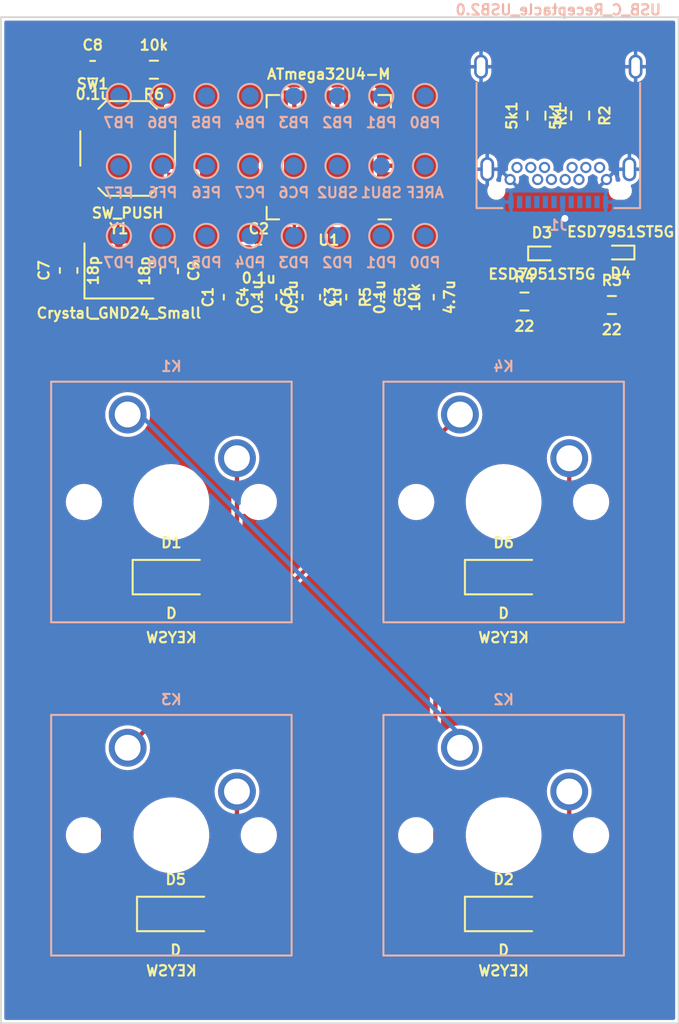
<source format=kicad_pcb>
(kicad_pcb (version 20210606) (generator pcbnew)
  (layers (0 "F.Cu" signal) (1 "In1.Cu" power "GND.Cu") (2 "In2.Cu" power "PWR.Cu") (31 "B.Cu" signal) (34 "B.Paste" user) (35 "F.Paste" user) (36 "B.SilkS" user "B.Silkscreen") (37 "F.SilkS" user "F.Silkscreen") (38 "B.Mask" user) (39 "F.Mask" user) (44 "Edge.Cuts" user))
  (net 0 "")
  (net 1 "VCC")
  (net 2 "GND")
  (net 3 "Net-(C6-Pad1)")
  (net 4 "/XTAL2")
  (net 5 "/XTAL1")
  (net 6 "/row0")
  (net 7 "Net-(D1-Pad2)")
  (net 8 "/row1")
  (net 9 "Net-(D2-Pad2)")
  (net 10 "Net-(D3-Pad1)")
  (net 11 "Net-(D4-Pad1)")
  (net 12 "Net-(D5-Pad2)")
  (net 13 "Net-(D6-Pad2)")
  (net 14 "Net-(J1-PadA5)")
  (net 15 "Net-(J1-PadA8)")
  (net 16 "Net-(J1-PadB5)")
  (net 17 "Net-(J1-PadB8)")
  (net 18 "/col0")
  (net 19 "/col1")
  (net 20 "/D-")
  (net 21 "/D+")
  (net 22 "Net-(R5-Pad1)")
  (net 23 "Net-(TP3-Pad1)")
  (net 24 "/~{{reset}}")
  (net 25 "/PD5")
  (net 26 "/PB0")
  (net 27 "/PB1")
  (net 28 "/PB2")
  (net 29 "/PB3")
  (net 30 "/PB4")
  (net 31 "/PB5")
  (net 32 "/PB6")
  (net 33 "/PB7")
  (net 34 "/PC6")
  (net 35 "/PC7")
  (net 36 "/PD0")
  (net 37 "/PD1")
  (net 38 "/PD2")
  (net 39 "/PD3")
  (net 40 "/PD4")
  (net 41 "/PD6")
  (net 42 "/PD7")
  (net 43 "/PE6")
  (net 44 "/PF6")
  (net 45 "/PF7")
  (footprint "Capacitor_SMD:C_0603_1608Metric" (layer "F.Cu") (at 81.407 93.4466 90)
    (fp_text reference "C7" (at 0 -1.43 90) (layer "F.SilkS") (effects (font (size 0.6 0.6) (thickness 0.127))))
    (fp_text value "18p" (at 0 1.43 90) (layer "F.SilkS") (effects (font (size 0.6 0.6) (thickness 0.127))))
    (fp_line (start -0.14058 -0.51) (end 0.14058 -0.51) (layer "F.SilkS") (width 0.12))
    (fp_line (start -0.14058 0.51) (end 0.14058 0.51) (layer "F.SilkS") (width 0.12))
    (pad "1" smd roundrect locked (at -0.775 0 90) (size 0.9 0.95) (layers "F.Cu" "F.Paste" "F.Mask") (net 4 "/XTAL2"))
    (pad "2" smd roundrect locked (at 0.775 0 90) (size 0.9 0.95) (layers "F.Cu" "F.Paste" "F.Mask") (net 2 "GND"))
  )
  (footprint "Resistor_SMD:R_0603_1608Metric" (layer "F.Cu") (at 108.585 84.455 -90)
    (fp_text reference "R1" (at 0 -1.43 90) (layer "F.SilkS") (effects (font (size 0.6 0.6) (thickness 0.127))))
    (fp_text value "5k1" (at 0 1.43 90) (layer "F.SilkS") (effects (font (size 0.6 0.6) (thickness 0.127))))
    (fp_line (start -0.237258 0.5225) (end 0.237258 0.5225) (layer "F.SilkS") (width 0.12))
    (fp_line (start -0.237258 -0.5225) (end 0.237258 -0.5225) (layer "F.SilkS") (width 0.12))
    (pad "1" smd roundrect locked (at -0.825 0 270) (size 0.8 0.95) (layers "F.Cu" "F.Paste" "F.Mask") (net 2 "GND"))
    (pad "2" smd roundrect locked (at 0.825 0 270) (size 0.8 0.95) (layers "F.Cu" "F.Paste" "F.Mask") (net 14 "Net-(J1-PadA5)"))
  )
  (footprint "Resistor_SMD:R_0603_1608Metric" (layer "F.Cu") (at 100.076 94.996 90)
    (fp_text reference "R5" (at 0 -1.43 90) (layer "F.SilkS") (effects (font (size 0.6 0.6) (thickness 0.127))))
    (fp_text value "10k" (at 0 1.43 90) (layer "F.SilkS") (effects (font (size 0.6 0.6) (thickness 0.127))))
    (fp_line (start -0.237258 0.5225) (end 0.237258 0.5225) (layer "F.SilkS") (width 0.12))
    (fp_line (start -0.237258 -0.5225) (end 0.237258 -0.5225) (layer "F.SilkS") (width 0.12))
    (pad "1" smd roundrect locked (at -0.825 0 90) (size 0.8 0.95) (layers "F.Cu" "F.Paste" "F.Mask") (net 22 "Net-(R5-Pad1)"))
    (pad "2" smd roundrect locked (at 0.825 0 90) (size 0.8 0.95) (layers "F.Cu" "F.Paste" "F.Mask") (net 2 "GND"))
  )
  (footprint "Diode_SMD:D_SOD-123" (layer "F.Cu") (at 87.376 111.252)
    (fp_text reference "D1" (at 0 -2) (layer "F.SilkS") (effects (font (size 0.6 0.6) (thickness 0.127))))
    (fp_text value "D" (at 0 2.1) (layer "F.SilkS") (effects (font (size 0.6 0.6) (thickness 0.127))))
    (fp_line (start -2.25 1) (end 1.65 1) (layer "F.SilkS") (width 0.12))
    (fp_line (start -2.25 -1) (end -2.25 1) (layer "F.SilkS") (width 0.12))
    (fp_line (start -2.25 -1) (end 1.65 -1) (layer "F.SilkS") (width 0.12))
    (pad "1" smd rect locked (at -1.65 0) (size 0.9 1.2) (layers "F.Cu" "F.Paste" "F.Mask") (net 6 "/row0"))
    (pad "2" smd rect locked (at 1.65 0) (size 0.9 1.2) (layers "F.Cu" "F.Paste" "F.Mask") (net 7 "Net-(D1-Pad2)"))
  )
  (footprint "Resistor_SMD:R_0603_1608Metric" (layer "F.Cu") (at 112.967 95.4525)
    (fp_text reference "R3" (at 0 -1.43) (layer "F.SilkS") (effects (font (size 0.6 0.6) (thickness 0.127))))
    (fp_text value "22" (at 0 1.43) (layer "F.SilkS") (effects (font (size 0.6 0.6) (thickness 0.127))))
    (fp_line (start -0.237258 0.5225) (end 0.237258 0.5225) (layer "F.SilkS") (width 0.12))
    (fp_line (start -0.237258 -0.5225) (end 0.237258 -0.5225) (layer "F.SilkS") (width 0.12))
    (pad "1" smd roundrect locked (at -0.825 0) (size 0.8 0.95) (layers "F.Cu" "F.Paste" "F.Mask") (net 20 "/D-"))
    (pad "2" smd roundrect locked (at 0.825 0) (size 0.8 0.95) (layers "F.Cu" "F.Paste" "F.Mask") (net 11 "Net-(D4-Pad1)"))
  )
  (footprint "Resistor_SMD:R_0603_1608Metric" (layer "F.Cu") (at 107.887 95.25)
    (fp_text reference "R4" (at 0 -1.43) (layer "F.SilkS") (effects (font (size 0.6 0.6) (thickness 0.127))))
    (fp_text value "22" (at 0 1.43) (layer "F.SilkS") (effects (font (size 0.6 0.6) (thickness 0.127))))
    (fp_line (start -0.237258 0.5225) (end 0.237258 0.5225) (layer "F.SilkS") (width 0.12))
    (fp_line (start -0.237258 -0.5225) (end 0.237258 -0.5225) (layer "F.SilkS") (width 0.12))
    (pad "1" smd roundrect locked (at -0.825 0) (size 0.8 0.95) (layers "F.Cu" "F.Paste" "F.Mask") (net 21 "/D+"))
    (pad "2" smd roundrect locked (at 0.825 0) (size 0.8 0.95) (layers "F.Cu" "F.Paste" "F.Mask") (net 10 "Net-(D3-Pad1)"))
  )
  (footprint "Capacitor_SMD:C_0603_1608Metric" (layer "F.Cu") (at 82.804 81.788)
    (fp_text reference "C8" (at 0 -1.43) (layer "F.SilkS") (effects (font (size 0.6 0.6) (thickness 0.127))))
    (fp_text value "0.1u" (at 0 1.43) (layer "F.SilkS") (effects (font (size 0.6 0.6) (thickness 0.127))))
    (fp_line (start -0.14058 -0.51) (end 0.14058 -0.51) (layer "F.SilkS") (width 0.12))
    (fp_line (start -0.14058 0.51) (end 0.14058 0.51) (layer "F.SilkS") (width 0.12))
    (pad "1" smd roundrect locked (at -0.775 0) (size 0.9 0.95) (layers "F.Cu" "F.Paste" "F.Mask") (net 24 "/~{{reset}}"))
    (pad "2" smd roundrect locked (at 0.775 0) (size 0.9 0.95) (layers "F.Cu" "F.Paste" "F.Mask") (net 2 "GND"))
  )
  (footprint "Crystal:Crystal_SMD_SeikoEpson_FA238-4Pin_3.2x2.5mm" (layer "F.Cu") (at 84.328 93.472)
    (fp_text reference "Y1" (at 0 -2.45) (layer "F.SilkS") (effects (font (size 0.6 0.6) (thickness 0.127))))
    (fp_text value "Crystal_GND24_Small" (at 0 2.45) (layer "F.SilkS") (effects (font (size 0.6 0.6) (thickness 0.127))))
    (fp_line (start -2 -1.6) (end -2 1.6) (layer "F.SilkS") (width 0.12))
    (fp_line (start -2 1.6) (end 2 1.6) (layer "F.SilkS") (width 0.12))
    (pad "1" smd rect locked (at -1.1 0.8) (size 1.4 1.2) (layers "F.Cu" "F.Paste" "F.Mask") (net 4 "/XTAL2"))
    (pad "2" smd rect locked (at 1.1 0.8) (size 1.4 1.2) (layers "F.Cu" "F.Paste" "F.Mask") (net 2 "GND"))
    (pad "3" smd rect locked (at 1.1 -0.8) (size 1.4 1.2) (layers "F.Cu" "F.Paste" "F.Mask") (net 5 "/XTAL1"))
    (pad "4" smd rect locked (at -1.1 -0.8) (size 1.4 1.2) (layers "F.Cu" "F.Paste" "F.Mask") (net 2 "GND"))
  )
  (footprint "Capacitor_SMD:C_0603_1608Metric" (layer "F.Cu") (at 87.249 93.472 -90)
    (fp_text reference "C9" (at 0 -1.43 90) (layer "F.SilkS") (effects (font (size 0.6 0.6) (thickness 0.127))))
    (fp_text value "18p" (at 0 1.43 90) (layer "F.SilkS") (effects (font (size 0.6 0.6) (thickness 0.127))))
    (fp_line (start -0.14058 -0.51) (end 0.14058 -0.51) (layer "F.SilkS") (width 0.12))
    (fp_line (start -0.14058 0.51) (end 0.14058 0.51) (layer "F.SilkS") (width 0.12))
    (pad "1" smd roundrect locked (at -0.775 0 270) (size 0.9 0.95) (layers "F.Cu" "F.Paste" "F.Mask") (net 5 "/XTAL1"))
    (pad "2" smd roundrect locked (at 0.775 0 270) (size 0.9 0.95) (layers "F.Cu" "F.Paste" "F.Mask") (net 2 "GND"))
  )
  (footprint "Capacitor_SMD:C_0603_1608Metric" (layer "F.Cu") (at 90.932 94.996 90)
    (fp_text reference "C1" (at 0 -1.43 90) (layer "F.SilkS") (effects (font (size 0.6 0.6) (thickness 0.127))))
    (fp_text value "0.1u" (at 0 1.43 90) (layer "F.SilkS") (effects (font (size 0.6 0.6) (thickness 0.127))))
    (fp_line (start -0.14058 0.51) (end 0.14058 0.51) (layer "F.SilkS") (width 0.12))
    (fp_line (start -0.14058 -0.51) (end 0.14058 -0.51) (layer "F.SilkS") (width 0.12))
    (pad "1" smd roundrect locked (at -0.775 0 90) (size 0.9 0.95) (layers "F.Cu" "F.Paste" "F.Mask") (net 1 "VCC"))
    (pad "2" smd roundrect locked (at 0.775 0 90) (size 0.9 0.95) (layers "F.Cu" "F.Paste" "F.Mask") (net 2 "GND"))
  )
  (footprint "Capacitor_SMD:C_0603_1608Metric" (layer "F.Cu") (at 102.108 94.996 90)
    (fp_text reference "C5" (at 0 -1.43 90) (layer "F.SilkS") (effects (font (size 0.6 0.6) (thickness 0.127))))
    (fp_text value "4.7u" (at 0 1.43 90) (layer "F.SilkS") (effects (font (size 0.6 0.6) (thickness 0.127))))
    (fp_line (start -0.14058 0.51) (end 0.14058 0.51) (layer "F.SilkS") (width 0.12))
    (fp_line (start -0.14058 -0.51) (end 0.14058 -0.51) (layer "F.SilkS") (width 0.12))
    (pad "1" smd roundrect locked (at -0.775 0 90) (size 0.9 0.95) (layers "F.Cu" "F.Paste" "F.Mask") (net 1 "VCC"))
    (pad "2" smd roundrect locked (at 0.775 0 90) (size 0.9 0.95) (layers "F.Cu" "F.Paste" "F.Mask") (net 2 "GND"))
  )
  (footprint "Button_Switch_SMD:SW_SPST_TL3342" (layer "F.Cu") (at 84.836 86.36)
    (fp_text reference "SW1" (at -2.032 -3.75) (layer "F.SilkS") (effects (font (size 0.6 0.6) (thickness 0.127))))
    (fp_text value "SW_PUSH" (at 0 3.75) (layer "F.SilkS") (effects (font (size 0.6 0.6) (thickness 0.127))))
    (fp_line (start -1.7 -2.3) (end -1.25 -2.75) (layer "F.SilkS") (width 0.12))
    (fp_line (start -1.25 -2.75) (end 1.25 -2.75) (layer "F.SilkS") (width 0.12))
    (fp_line (start -1.7 2.3) (end -1.25 2.75) (layer "F.SilkS") (width 0.12))
    (fp_line (start -1.25 2.75) (end 1.25 2.75) (layer "F.SilkS") (width 0.12))
    (fp_line (start 1.7 -2.3) (end 1.25 -2.75) (layer "F.SilkS") (width 0.12))
    (fp_line (start -2.75 -1) (end -2.75 1) (layer "F.SilkS") (width 0.12))
    (fp_line (start 1.7 2.3) (end 1.25 2.75) (layer "F.SilkS") (width 0.12))
    (fp_line (start 2.75 -1) (end 2.75 1) (layer "F.SilkS") (width 0.12))
    (pad "1" smd rect locked (at -3.15 -1.9) (size 1.7 1) (layers "F.Cu" "F.Paste" "F.Mask") (net 24 "/~{{reset}}"))
    (pad "1" smd rect locked (at 3.15 -1.9) (size 1.7 1) (layers "F.Cu" "F.Paste" "F.Mask") (net 24 "/~{{reset}}"))
    (pad "2" smd rect locked (at 3.15 1.9) (size 1.7 1) (layers "F.Cu" "F.Paste" "F.Mask") (net 2 "GND"))
    (pad "2" smd rect locked (at -3.15 1.9) (size 1.7 1) (layers "F.Cu" "F.Paste" "F.Mask") (net 2 "GND"))
  )
  (footprint "Package_DFN_QFN:QFN-44-1EP_7x7mm_P0.5mm_EP5.2x5.2mm" (layer "F.Cu") (at 96.52 86.868 180)
    (fp_text reference "U1" (at 0 -4.82) (layer "F.SilkS") (effects (font (size 0.6 0.6) (thickness 0.127))))
    (fp_text value "ATmega32U4-M" (at 0 4.82) (layer "F.SilkS") (effects (font (size 0.6 0.6) (thickness 0.127))))
    (fp_line (start 2.885 -3.61) (end 3.61 -3.61) (layer "F.SilkS") (width 0.12))
    (fp_line (start 3.61 -3.61) (end 3.61 -2.885) (layer "F.SilkS") (width 0.12))
    (fp_line (start -3.61 3.61) (end -3.61 2.885) (layer "F.SilkS") (width 0.12))
    (fp_line (start 3.61 3.61) (end 3.61 2.885) (layer "F.SilkS") (width 0.12))
    (fp_line (start -2.885 3.61) (end -3.61 3.61) (layer "F.SilkS") (width 0.12))
    (fp_line (start 2.885 3.61) (end 3.61 3.61) (layer "F.SilkS") (width 0.12))
    (fp_line (start -2.885 -3.61) (end -3.61 -3.61) (layer "F.SilkS") (width 0.12))
    (pad "1" smd roundrect locked (at -3.3375 -2.5 180) (size 1.075 0.25) (layers "F.Cu" "F.Paste" "F.Mask") (net 43 "/PE6"))
    (pad "2" smd roundrect locked (at -3.3375 -2 180) (size 1.075 0.25) (layers "F.Cu" "F.Paste" "F.Mask") (net 1 "VCC"))
    (pad "3" smd roundrect locked (at -3.3375 -1.5 180) (size 1.075 0.25) (layers "F.Cu" "F.Paste" "F.Mask") (net 20 "/D-"))
    (pad "4" smd roundrect locked (at -3.3375 -1 180) (size 1.075 0.25) (layers "F.Cu" "F.Paste" "F.Mask") (net 21 "/D+"))
    (pad "5" smd roundrect locked (at -3.3375 -0.5 180) (size 1.075 0.25) (layers "F.Cu" "F.Paste" "F.Mask") (net 2 "GND"))
    (pad "6" smd roundrect locked (at -3.3375 0 180) (size 1.075 0.25) (layers "F.Cu" "F.Paste" "F.Mask") (net 3 "Net-(C6-Pad1)"))
    (pad "7" smd roundrect locked (at -3.3375 0.5 180) (size 1.075 0.25) (layers "F.Cu" "F.Paste" "F.Mask") (net 1 "VCC"))
    (pad "8" smd roundrect locked (at -3.3375 1 180) (size 1.075 0.25) (layers "F.Cu" "F.Paste" "F.Mask") (net 26 "/PB0"))
    (pad "9" smd roundrect locked (at -3.3375 1.5 180) (size 1.075 0.25) (layers "F.Cu" "F.Paste" "F.Mask") (net 27 "/PB1"))
    (pad "10" smd roundrect locked (at -3.3375 2 180) (size 1.075 0.25) (layers "F.Cu" "F.Paste" "F.Mask") (net 28 "/PB2"))
    (pad "11" smd roundrect locked (at -3.3375 2.5 180) (size 1.075 0.25) (layers "F.Cu" "F.Paste" "F.Mask") (net 29 "/PB3"))
    (pad "12" smd roundrect locked (at -2.5 3.3375 180) (size 0.25 1.075) (layers "F.Cu" "F.Paste" "F.Mask") (net 33 "/PB7"))
    (pad "13" smd roundrect locked (at -2 3.3375 180) (size 0.25 1.075) (layers "F.Cu" "F.Paste" "F.Mask") (net 24 "/~{{reset}}"))
    (pad "14" smd roundrect locked (at -1.5 3.3375 180) (size 0.25 1.075) (layers "F.Cu" "F.Paste" "F.Mask") (net 1 "VCC"))
    (pad "15" smd roundrect locked (at -1 3.3375 180) (size 0.25 1.075) (layers "F.Cu" "F.Paste" "F.Mask") (net 2 "GND"))
    (pad "16" smd roundrect locked (at -0.5 3.3375 180) (size 0.25 1.075) (layers "F.Cu" "F.Paste" "F.Mask") (net 4 "/XTAL2"))
    (pad "17" smd roundrect locked (at 0 3.3375 180) (size 0.25 1.075) (layers "F.Cu" "F.Paste" "F.Mask") (net 5 "/XTAL1"))
    (pad "18" smd roundrect locked (at 0.5 3.3375 180) (size 0.25 1.075) (layers "F.Cu" "F.Paste" "F.Mask") (net 36 "/PD0"))
    (pad "19" smd roundrect locked (at 1 3.3375 180) (size 0.25 1.075) (layers "F.Cu" "F.Paste" "F.Mask") (net 37 "/PD1"))
    (pad "20" smd roundrect locked (at 1.5 3.3375 180) (size 0.25 1.075) (layers "F.Cu" "F.Paste" "F.Mask") (net 38 "/PD2"))
    (pad "21" smd roundrect locked (at 2 3.3375 180) (size 0.25 1.075) (layers "F.Cu" "F.Paste" "F.Mask") (net 39 "/PD3"))
    (pad "22" smd roundrect locked (at 2.5 3.3375 180) (size 0.25 1.075) (layers "F.Cu" "F.Paste" "F.Mask") (net 25 "/PD5"))
    (pad "23" smd roundrect locked (at 3.3375 2.5 180) (size 1.075 0.25) (layers "F.Cu" "F.Paste" "F.Mask") (net 2 "GND"))
    (pad "24" smd roundrect locked (at 3.3375 2 180) (size 1.075 0.25) (layers "F.Cu" "F.Paste" "F.Mask") (net 1 "VCC"))
    (pad "25" smd roundrect locked (at 3.3375 1.5 180) (size 1.075 0.25) (layers "F.Cu" "F.Paste" "F.Mask") (net 40 "/PD4"))
    (pad "26" smd roundrect locked (at 3.3375 1 180) (size 1.075 0.25) (layers "F.Cu" "F.Paste" "F.Mask") (net 41 "/PD6"))
    (pad "27" smd roundrect locked (at 3.3375 0.5 180) (size 1.075 0.25) (layers "F.Cu" "F.Paste" "F.Mask") (net 42 "/PD7"))
    (pad "28" smd roundrect locked (at 3.3375 0 180) (size 1.075 0.25) (layers "F.Cu" "F.Paste" "F.Mask") (net 30 "/PB4"))
    (pad "29" smd roundrect locked (at 3.3375 -0.5 180) (size 1.075 0.25) (layers "F.Cu" "F.Paste" "F.Mask") (net 31 "/PB5"))
    (pad "30" smd roundrect locked (at 3.3375 -1 180) (size 1.075 0.25) (layers "F.Cu" "F.Paste" "F.Mask") (net 32 "/PB6"))
    (pad "31" smd roundrect locked (at 3.3375 -1.5 180) (size 1.075 0.25) (layers "F.Cu" "F.Paste" "F.Mask") (net 34 "/PC6"))
    (pad "32" smd roundrect locked (at 3.3375 -2 180) (size 1.075 0.25) (layers "F.Cu" "F.Paste" "F.Mask") (net 35 "/PC7"))
    (pad "33" smd roundrect locked (at 3.3375 -2.5 180) (size 1.075 0.25) (layers "F.Cu" "F.Paste" "F.Mask") (net 22 "Net-(R5-Pad1)"))
    (pad "34" smd roundrect locked (at 2.5 -3.3375 180) (size 0.25 1.075) (layers "F.Cu" "F.Paste" "F.Mask") (net 1 "VCC"))
    (pad "35" smd roundrect locked (at 2 -3.3375 180) (size 0.25 1.075) (layers "F.Cu" "F.Paste" "F.Mask") (net 2 "GND"))
    (pad "36" smd roundrect locked (at 1.5 -3.3375 180) (size 0.25 1.075) (layers "F.Cu" "F.Paste" "F.Mask") (net 45 "/PF7"))
    (pad "37" smd roundrect locked (at 1 -3.3375 180) (size 0.25 1.075) (layers "F.Cu" "F.Paste" "F.Mask") (net 44 "/PF6"))
    (pad "38" smd roundrect locked (at 0.5 -3.3375 180) (size 0.25 1.075) (layers "F.Cu" "F.Paste" "F.Mask") (net 19 "/col1"))
    (pad "39" smd roundrect locked (at 0 -3.3375 180) (size 0.25 1.075) (layers "F.Cu" "F.Paste" "F.Mask") (net 18 "/col0"))
    (pad "40" smd roundrect locked (at -0.5 -3.3375 180) (size 0.25 1.075) (layers "F.Cu" "F.Paste" "F.Mask") (net 8 "/row1"))
    (pad "41" smd roundrect locked (at -1 -3.3375 180) (size 0.25 1.075) (layers "F.Cu" "F.Paste" "F.Mask") (net 6 "/row0"))
    (pad "42" smd roundrect locked (at -1.5 -3.3375 180) (size 0.25 1.075) (layers "F.Cu" "F.Paste" "F.Mask") (net 23 "Net-(TP3-Pad1)"))
    (pad "43" smd roundrect locked (at -2 -3.3375 180) (size 0.25 1.075) (layers "F.Cu" "F.Paste" "F.Mask") (net 2 "GND"))
    (pad "44" smd roundrect locked (at -2.5 -3.3375 180) (size 0.25 1.075) (layers "F.Cu" "F.Paste" "F.Mask") (net 1 "VCC"))
    (pad "45" smd rect locked (at 0 0 180) (size 5.2 5.2) (layers "F.Cu" "F.Mask") (net 2 "GND"))
  )
  (footprint "Capacitor_SMD:C_0603_1608Metric" (layer "F.Cu") (at 92.964 94.996 90)
    (fp_text reference "C4" (at 0 -1.43 90) (layer "F.SilkS") (effects (font (size 0.6 0.6) (thickness 0.127))))
    (fp_text value "0.1u" (at 0 1.43 90) (layer "F.SilkS") (effects (font (size 0.6 0.6) (thickness 0.127))))
    (fp_line (start -0.14058 -0.51) (end 0.14058 -0.51) (layer "F.SilkS") (width 0.12))
    (fp_line (start -0.14058 0.51) (end 0.14058 0.51) (layer "F.SilkS") (width 0.12))
    (pad "1" smd roundrect locked (at -0.775 0 90) (size 0.9 0.95) (layers "F.Cu" "F.Paste" "F.Mask") (net 1 "VCC"))
    (pad "2" smd roundrect locked (at 0.775 0 90) (size 0.9 0.95) (layers "F.Cu" "F.Paste" "F.Mask") (net 2 "GND"))
  )
  (footprint "Capacitor_SMD:C_0603_1608Metric" (layer "F.Cu") (at 92.456 92.456)
    (fp_text reference "C2" (at 0 -1.43) (layer "F.SilkS") (effects (font (size 0.6 0.6) (thickness 0.127))))
    (fp_text value "0.1u" (at 0 1.43) (layer "F.SilkS") (effects (font (size 0.6 0.6) (thickness 0.127))))
    (fp_line (start -0.14058 -0.51) (end 0.14058 -0.51) (layer "F.SilkS") (width 0.12))
    (fp_line (start -0.14058 0.51) (end 0.14058 0.51) (layer "F.SilkS") (width 0.12))
    (pad "1" smd roundrect locked (at -0.775 0) (size 0.9 0.95) (layers "F.Cu" "F.Paste" "F.Mask") (net 1 "VCC"))
    (pad "2" smd roundrect locked (at 0.775 0) (size 0.9 0.95) (layers "F.Cu" "F.Paste" "F.Mask") (net 2 "GND"))
  )
  (footprint "Diode_SMD:D_SOD-123" (layer "F.Cu") (at 106.68 130.81)
    (fp_text reference "D2" (at 0 -2) (layer "F.SilkS") (effects (font (size 0.6 0.6) (thickness 0.127))))
    (fp_text value "D" (at 0 2.1) (layer "F.SilkS") (effects (font (size 0.6 0.6) (thickness 0.127))))
    (fp_line (start -2.25 -1) (end -2.25 1) (layer "F.SilkS") (width 0.12))
    (fp_line (start -2.25 -1) (end 1.65 -1) (layer "F.SilkS") (width 0.12))
    (fp_line (start -2.25 1) (end 1.65 1) (layer "F.SilkS") (width 0.12))
    (pad "1" smd rect locked (at -1.65 0) (size 0.9 1.2) (layers "F.Cu" "F.Paste" "F.Mask") (net 8 "/row1"))
    (pad "2" smd rect locked (at 1.65 0) (size 0.9 1.2) (layers "F.Cu" "F.Paste" "F.Mask") (net 9 "Net-(D2-Pad2)"))
  )
  (footprint "Capacitor_SMD:C_0603_1608Metric" (layer "F.Cu") (at 98.044 94.996 90)
    (fp_text reference "C3" (at 0 -1.43 90) (layer "F.SilkS") (effects (font (size 0.6 0.6) (thickness 0.127))))
    (fp_text value "0.1u" (at 0 1.43 90) (layer "F.SilkS") (effects (font (size 0.6 0.6) (thickness 0.127))))
    (fp_line (start -0.14058 0.51) (end 0.14058 0.51) (layer "F.SilkS") (width 0.12))
    (fp_line (start -0.14058 -0.51) (end 0.14058 -0.51) (layer "F.SilkS") (width 0.12))
    (pad "1" smd roundrect locked (at -0.775 0 90) (size 0.9 0.95) (layers "F.Cu" "F.Paste" "F.Mask") (net 1 "VCC"))
    (pad "2" smd roundrect locked (at 0.775 0 90) (size 0.9 0.95) (layers "F.Cu" "F.Paste" "F.Mask") (net 2 "GND"))
  )
  (footprint "Resistor_SMD:R_0603_1608Metric" (layer "F.Cu") (at 111.125 84.455 -90)
    (fp_text reference "R2" (at 0 -1.43 90) (layer "F.SilkS") (effects (font (size 0.6 0.6) (thickness 0.127))))
    (fp_text value "5k1" (at 0 1.43 90) (layer "F.SilkS") (effects (font (size 0.6 0.6) (thickness 0.127))))
    (fp_line (start -0.237258 -0.5225) (end 0.237258 -0.5225) (layer "F.SilkS") (width 0.12))
    (fp_line (start -0.237258 0.5225) (end 0.237258 0.5225) (layer "F.SilkS") (width 0.12))
    (pad "1" smd roundrect locked (at -0.825 0 270) (size 0.8 0.95) (layers "F.Cu" "F.Paste" "F.Mask") (net 2 "GND"))
    (pad "2" smd roundrect locked (at 0.825 0 270) (size 0.8 0.95) (layers "F.Cu" "F.Paste" "F.Mask") (net 16 "Net-(J1-PadB5)"))
  )
  (footprint "Diode_SMD:D_SOD-923" (layer "F.Cu") (at 108.903 92.456)
    (fp_text reference "D3" (at 0 -1.2) (layer "F.SilkS") (effects (font (size 0.6 0.6) (thickness 0.127))))
    (fp_text value "ESD7951ST5G" (at 0 1.2) (layer "F.SilkS") (effects (font (size 0.6 0.6) (thickness 0.127))))
    (fp_line (start 0.5 0.4) (end -0.8 0.4) (layer "F.SilkS") (width 0.12))
    (fp_line (start 0.5 -0.4) (end -0.8 -0.4) (layer "F.SilkS") (width 0.12))
    (fp_line (start -0.8 -0.4) (end -0.8 0.4) (layer "F.SilkS") (width 0.12))
    (pad "1" smd rect locked (at -0.42 0 180) (size 0.36 0.25) (layers "F.Cu" "F.Paste" "F.Mask") (net 10 "Net-(D3-Pad1)"))
    (pad "2" smd rect locked (at 0.42 0 180) (size 0.36 0.25) (layers "F.Cu" "F.Paste" "F.Mask") (net 2 "GND"))
  )
  (footprint "Diode_SMD:D_SOD-923" (layer "F.Cu") (at 113.475 92.4045 180)
    (fp_text reference "D4" (at 0 -1.2) (layer "F.SilkS") (effects (font (size 0.6 0.6) (thickness 0.127))))
    (fp_text value "ESD7951ST5G" (at 0 1.2) (layer "F.SilkS") (effects (font (size 0.6 0.6) (thickness 0.127))))
    (fp_line (start -0.8 -0.4) (end -0.8 0.4) (layer "F.SilkS") (width 0.12))
    (fp_line (start 0.5 -0.4) (end -0.8 -0.4) (layer "F.SilkS") (width 0.12))
    (fp_line (start 0.5 0.4) (end -0.8 0.4) (layer "F.SilkS") (width 0.12))
    (pad "1" smd rect locked (at -0.42 0) (size 0.36 0.25) (layers "F.Cu" "F.Paste" "F.Mask") (net 11 "Net-(D4-Pad1)"))
    (pad "2" smd rect locked (at 0.42 0) (size 0.36 0.25) (layers "F.Cu" "F.Paste" "F.Mask") (net 2 "GND"))
  )
  (footprint "Capacitor_SMD:C_0603_1608Metric" (layer "F.Cu") (at 95.504 94.996 90)
    (fp_text reference "C6" (at 0 -1.43 90) (layer "F.SilkS") (effects (font (size 0.6 0.6) (thickness 0.127))))
    (fp_text value "1u" (at 0 1.43 90) (layer "F.SilkS") (effects (font (size 0.6 0.6) (thickness 0.127))))
    (fp_line (start -0.14058 -0.51) (end 0.14058 -0.51) (layer "F.SilkS") (width 0.12))
    (fp_line (start -0.14058 0.51) (end 0.14058 0.51) (layer "F.SilkS") (width 0.12))
    (pad "1" smd roundrect locked (at -0.775 0 90) (size 0.9 0.95) (layers "F.Cu" "F.Paste" "F.Mask") (net 3 "Net-(C6-Pad1)"))
    (pad "2" smd roundrect locked (at 0.775 0 90) (size 0.9 0.95) (layers "F.Cu" "F.Paste" "F.Mask") (net 2 "GND"))
  )
  (footprint "Diode_SMD:D_SOD-123" (layer "F.Cu") (at 87.63 130.81)
    (fp_text reference "D5" (at 0 -2) (layer "F.SilkS") (effects (font (size 0.6 0.6) (thickness 0.127))))
    (fp_text value "D" (at 0 2.1) (layer "F.SilkS") (effects (font (size 0.6 0.6) (thickness 0.127))))
    (fp_line (start -2.25 -1) (end -2.25 1) (layer "F.SilkS") (width 0.12))
    (fp_line (start -2.25 -1) (end 1.65 -1) (layer "F.SilkS") (width 0.12))
    (fp_line (start -2.25 1) (end 1.65 1) (layer "F.SilkS") (width 0.12))
    (pad "1" smd rect locked (at -1.65 0) (size 0.9 1.2) (layers "F.Cu" "F.Paste" "F.Mask") (net 6 "/row0"))
    (pad "2" smd rect locked (at 1.65 0) (size 0.9 1.2) (layers "F.Cu" "F.Paste" "F.Mask") (net 12 "Net-(D5-Pad2)"))
  )
  (footprint "Resistor_SMD:R_0603_1608Metric" (layer "F.Cu") (at 86.36 81.788 180)
    (fp_text reference "R6" (at 0 -1.43) (layer "F.SilkS") (effects (font (size 0.6 0.6) (thickness 0.127))))
    (fp_text value "10k" (at 0 1.43) (layer "F.SilkS") (effects (font (size 0.6 0.6) (thickness 0.127))))
    (fp_line (start -0.237258 0.5225) (end 0.237258 0.5225) (layer "F.SilkS") (width 0.12))
    (fp_line (start -0.237258 -0.5225) (end 0.237258 -0.5225) (layer "F.SilkS") (width 0.12))
    (pad "1" smd roundrect locked (at -0.825 0 180) (size 0.8 0.95) (layers "F.Cu" "F.Paste" "F.Mask") (net 1 "VCC"))
    (pad "2" smd roundrect locked (at 0.825 0 180) (size 0.8 0.95) (layers "F.Cu" "F.Paste" "F.Mask") (net 24 "/~{{reset}}"))
  )
  (footprint "Diode_SMD:D_SOD-123" (layer "F.Cu") (at 106.68 111.252)
    (fp_text reference "D6" (at 0 -2) (layer "F.SilkS") (effects (font (size 0.6 0.6) (thickness 0.127))))
    (fp_text value "D" (at 0 2.1) (layer "F.SilkS") (effects (font (size 0.6 0.6) (thickness 0.127))))
    (fp_line (start -2.25 -1) (end -2.25 1) (layer "F.SilkS") (width 0.12))
    (fp_line (start -2.25 1) (end 1.65 1) (layer "F.SilkS") (width 0.12))
    (fp_line (start -2.25 -1) (end 1.65 -1) (layer "F.SilkS") (width 0.12))
    (pad "1" smd rect locked (at -1.65 0) (size 0.9 1.2) (layers "F.Cu" "F.Paste" "F.Mask") (net 8 "/row1"))
    (pad "2" smd rect locked (at 1.65 0) (size 0.9 1.2) (layers "F.Cu" "F.Paste" "F.Mask") (net 13 "Net-(D6-Pad2)"))
  )
  (footprint "Connector_USB:USB_C_Receptacle_Amphenol_12401548E4-2A" (layer "B.Cu") (at 109.855 84.455)
    (fp_text reference "J1" (at 0 6.36) (layer "B.SilkS") (effects (font (size 0.6 0.6) (thickness 0.127)) (justify mirror)))
    (fp_text value "USB_C_Receptacle_USB2.0" (at 0 -6.14) (layer "B.SilkS") (effects (font (size 0.6 0.6) (thickness 0.127)) (justify mirror)))
    (fp_line (start -4.75 5.37) (end -3.25 5.37) (layer "B.SilkS") (width 0.12))
    (fp_line (start -4.75 5.37) (end -4.75 -1.89) (layer "B.SilkS") (width 0.12))
    (fp_line (start 4.75 5.37) (end 4.75 -1.89) (layer "B.SilkS") (width 0.12))
    (fp_line (start 3.25 5.37) (end 4.75 5.37) (layer "B.SilkS") (width 0.12))
    (pad "" np_thru_hole oval locked (at 3.6 4.36) (size 0.95 0.65) (drill oval 0.95 0.65) (layers *.Cu *.Mask))
    (pad "" np_thru_hole circle locked (at -3.6 4.36) (size 0.65 0.65) (drill 0.65) (layers *.Cu *.Mask))
    (pad "A1" smd rect locked (at -2.75 5.02) (size 0.3 0.7) (layers "B.Cu" "B.Paste" "B.Mask") (net 2 "GND"))
    (pad "A2" smd rect locked (at -2.25 5.02) (size 0.3 0.7) (layers "B.Cu" "B.Paste" "B.Mask"))
    (pad "A3" smd rect locked (at -1.75 5.02) (size 0.3 0.7) (layers "B.Cu" "B.Paste" "B.Mask"))
    (pad "A4" smd rect locked (at -1.25 5.02) (size 0.3 0.7) (layers "B.Cu" "B.Paste" "B.Mask") (net 1 "VCC"))
    (pad "A5" smd rect locked (at -0.75 5.02) (size 0.3 0.7) (layers "B.Cu" "B.Paste" "B.Mask") (net 14 "Net-(J1-PadA5)"))
    (pad "A6" smd rect locked (at -0.25 5.02) (size 0.3 0.7) (layers "B.Cu" "B.Paste" "B.Mask") (net 10 "Net-(D3-Pad1)"))
    (pad "A7" smd rect locked (at 0.25 5.02) (size 0.3 0.7) (layers "B.Cu" "B.Paste" "B.Mask") (net 11 "Net-(D4-Pad1)"))
    (pad "A8" smd rect locked (at 0.75 5.02) (size 0.3 0.7) (layers "B.Cu" "B.Paste" "B.Mask") (net 15 "Net-(J1-PadA8)"))
    (pad "A9" smd rect locked (at 1.25 5.02) (size 0.3 0.7) (layers "B.Cu" "B.Paste" "B.Mask") (net 1 "VCC"))
    (pad "A10" smd rect locked (at 1.75 5.02) (size 0.3 0.7) (layers "B.Cu" "B.Paste" "B.Mask"))
    (pad "A11" smd rect locked (at 2.25 5.02) (size 0.3 0.7) (layers "B.Cu" "B.Paste" "B.Mask"))
    (pad "A12" smd rect locked (at 2.75 5.02) (size 0.3 0.7) (layers "B.Cu" "B.Paste" "B.Mask") (net 2 "GND"))
    (pad "B1" thru_hole circle locked (at 2.8 3.71) (size 0.65 0.65) (drill 0.4) (layers *.Cu *.Mask) (net 2 "GND"))
    (pad "B2" thru_hole circle locked (at 2.4 3.01) (size 0.65 0.65) (drill 0.4) (layers *.Cu *.Mask))
    (pad "B3" thru_hole circle locked (at 1.6 3.01) (size 0.65 0.65) (drill 0.4) (layers *.Cu *.Mask))
    (pad "B4" thru_hole circle locked (at 1.2 3.71) (size 0.65 0.65) (drill 0.4) (layers *.Cu *.Mask) (net 1 "VCC"))
    (pad "B5" thru_hole circle locked (at 0.8 3.01) (size 0.65 0.65) (drill 0.4) (layers *.Cu *.Mask) (net 16 "Net-(J1-PadB5)"))
    (pad "B6" thru_hole circle locked (at 0.4 3.71) (size 0.65 0.65) (drill 0.4) (layers *.Cu *.Mask) (net 10 "Net-(D3-Pad1)"))
    (pad "B7" thru_hole circle locked (at -0.4 3.71) (size 0.65 0.65) (drill 0.4) (layers *.Cu *.Mask) (net 11 "Net-(D4-Pad1)"))
    (pad "B8" thru_hole circle locked (at -0.8 3.01) (size 0.65 0.65) (drill 0.4) (layers *.Cu *.Mask) (net 17 "Net-(J1-PadB8)"))
    (pad "B9" thru_hole circle locked (at -1.2 3.71) (size 0.65 0.65) (drill 0.4) (layers *.Cu *.Mask) (net 1 "VCC"))
    (pad "B10" thru_hole circle locked (at -1.6 3.01) (size 0.65 0.65) (drill 0.4) (layers *.Cu *.Mask))
    (pad "B11" thru_hole circle locked (at -2.4 3.01) (size 0.65 0.65) (drill 0.4) (layers *.Cu *.Mask))
    (pad "B12" thru_hole circle locked (at -2.8 3.71) (size 0.65 0.65) (drill 0.4) (layers *.Cu *.Mask) (net 2 "GND"))
    (pad "S1" thru_hole oval locked (at -4.49 -2.84) (size 0.8 1.4) (drill oval 0.5 1.1) (layers *.Cu *.Mask) (net 2 "GND"))
    (pad "S1" thru_hole oval locked (at 4.13 3.11) (size 0.8 1.4) (drill oval 0.5 1.1) (layers *.Cu *.Mask) (net 2 "GND"))
    (pad "S1" thru_hole oval locked (at -4.13 3.11) (size 0.8 1.4) (drill oval 0.5 1.1) (layers *.Cu *.Mask) (net 2 "GND"))
    (pad "S1" thru_hole oval locked (at 4.49 -2.84) (size 0.8 1.4) (drill oval 0.5 1.1) (layers *.Cu *.Mask) (net 2 "GND"))
  )
  (footprint "TestPoint:TestPoint_Pad_D1.0mm" (layer "B.Cu") (at 91.948 83.312 180)
    (fp_text reference "TP9" hide)
    (fp_text value "PB4" (at 0 -1.55) (layer "B.SilkS") (effects (font (size 0.6 0.6) (thickness 0.127)) (justify mirror)))
    (fp_circle (center 0 0) (end 0 -0.7) (layer "B.SilkS") (width 0.12) (fill none))
    (pad "1" smd circle locked (at 0 0 180) (size 1 1) (layers "B.Cu" "B.Mask") (net 30 "/PB4"))
  )
  (footprint "TestPoint:TestPoint_Pad_D1.0mm" (layer "B.Cu") (at 97.028 83.312 180)
    (fp_text reference "TP7" hide)
    (fp_text value "PB2" (at 0 -1.55) (layer "B.SilkS") (effects (font (size 0.6 0.6) (thickness 0.127)) (justify mirror)))
    (fp_circle (center 0 0) (end 0 -0.7) (layer "B.SilkS") (width 0.12) (fill none))
    (pad "1" smd circle locked (at 0 0 180) (size 1 1) (layers "B.Cu" "B.Mask") (net 28 "/PB2"))
  )
  (footprint "Button_Switch_Keyboard:SW_Cherry_MX_1.00u_PCB" (layer "B.Cu") (at 104.14 101.809 180)
    (fp_text reference "K4" (at -2.54 2.794) (layer "B.SilkS") (effects (font (size 0.6 0.6) (thickness 0.127)) (justify mirror)))
    (fp_text value "KEYSW" (at -2.54 -12.954) (layer "F.SilkS") (effects (font (size 0.6 0.6) (thickness 0.127)) (justify mirror)))
    (fp_line (start 4.445 -12.065) (end -9.525 -12.065) (layer "B.SilkS") (width 0.12))
    (fp_line (start -9.525 1.905) (end 4.445 1.905) (layer "B.SilkS") (width 0.12))
    (fp_line (start -9.525 -12.065) (end -9.525 1.905) (layer "B.SilkS") (width 0.12))
    (fp_line (start 4.445 1.905) (end 4.445 -12.065) (layer "B.SilkS") (width 0.12))
    (pad "" np_thru_hole circle locked (at 2.54 -5.08 180) (size 1.7 1.7) (drill 1.7) (layers *.Cu *.Mask))
    (pad "" np_thru_hole circle locked (at -7.62 -5.08 180) (size 1.7 1.7) (drill 1.7) (layers *.Cu *.Mask))
    (pad "" np_thru_hole circle locked (at -2.54 -5.08 180) (size 4 4) (drill 4) (layers *.Cu *.Mask))
    (pad "1" thru_hole circle locked (at 0 0 180) (size 2.2 2.2) (drill 1.5) (layers *.Cu *.Mask) (net 19 "/col1"))
    (pad "2" thru_hole circle locked (at -6.35 -2.54 180) (size 2.2 2.2) (drill 1.5) (layers *.Cu *.Mask) (net 13 "Net-(D6-Pad2)"))
  )
  (footprint "Button_Switch_Keyboard:SW_Cherry_MX_1.00u_PCB" (layer "B.Cu") (at 84.836 101.809 180)
    (fp_text reference "K1" (at -2.54 2.794) (layer "B.SilkS") (effects (font (size 0.6 0.6) (thickness 0.127)) (justify mirror)))
    (fp_text value "KEYSW" (at -2.54 -12.954) (layer "F.SilkS") (effects (font (size 0.6 0.6) (thickness 0.127)) (justify mirror)))
    (fp_line (start -9.525 -12.065) (end -9.525 1.905) (layer "B.SilkS") (width 0.12))
    (fp_line (start -9.525 1.905) (end 4.445 1.905) (layer "B.SilkS") (width 0.12))
    (fp_line (start 4.445 1.905) (end 4.445 -12.065) (layer "B.SilkS") (width 0.12))
    (fp_line (start 4.445 -12.065) (end -9.525 -12.065) (layer "B.SilkS") (width 0.12))
    (pad "" np_thru_hole circle locked (at 2.54 -5.08 180) (size 1.7 1.7) (drill 1.7) (layers *.Cu *.Mask))
    (pad "" np_thru_hole circle locked (at -7.62 -5.08 180) (size 1.7 1.7) (drill 1.7) (layers *.Cu *.Mask))
    (pad "" np_thru_hole circle locked (at -2.54 -5.08 180) (size 4 4) (drill 4) (layers *.Cu *.Mask))
    (pad "1" thru_hole circle locked (at 0 0 180) (size 2.2 2.2) (drill 1.5) (layers *.Cu *.Mask) (net 18 "/col0"))
    (pad "2" thru_hole circle locked (at -6.35 -2.54 180) (size 2.2 2.2) (drill 1.5) (layers *.Cu *.Mask) (net 7 "Net-(D1-Pad2)"))
  )
  (footprint "TestPoint:TestPoint_Pad_D1.0mm" (layer "B.Cu") (at 102.108 83.312 180)
    (fp_text reference "TP5" hide)
    (fp_text value "PB0" (at 0 -1.55) (layer "B.SilkS") (effects (font (size 0.6 0.6) (thickness 0.127)) (justify mirror)))
    (fp_circle (center 0 0) (end 0 -0.7) (layer "B.SilkS") (width 0.12) (fill none))
    (pad "1" smd circle locked (at 0 0 180) (size 1 1) (layers "B.Cu" "B.Mask") (net 26 "/PB0"))
  )
  (footprint "TestPoint:TestPoint_Pad_D1.0mm" (layer "B.Cu") (at 99.568 91.44 180)
    (fp_text reference "TP16" hide)
    (fp_text value "PD1" (at 0 -1.55) (layer "B.SilkS") (effects (font (size 0.6 0.6) (thickness 0.127)) (justify mirror)))
    (fp_circle (center 0 0) (end 0 -0.7) (layer "B.SilkS") (width 0.12) (fill none))
    (pad "1" smd circle locked (at 0 0 180) (size 1 1) (layers "B.Cu" "B.Mask") (net 37 "/PD1"))
  )
  (footprint "TestPoint:TestPoint_Pad_D1.0mm" (layer "B.Cu") (at 94.488 83.312 180)
    (fp_text reference "TP8" hide)
    (fp_text value "PB3" (at 0 -1.55) (layer "B.SilkS") (effects (font (size 0.6 0.6) (thickness 0.127)) (justify mirror)))
    (fp_circle (center 0 0) (end 0 -0.7) (layer "B.SilkS") (width 0.12) (fill none))
    (pad "1" smd circle locked (at 0 0 180) (size 1 1) (layers "B.Cu" "B.Mask") (net 29 "/PB3"))
  )
  (footprint "TestPoint:TestPoint_Pad_D1.0mm" (layer "B.Cu") (at 102.108 91.44 180)
    (fp_text reference "TP15" hide)
    (fp_text value "PD0" (at 0 -1.55) (layer "B.SilkS") (effects (font (size 0.6 0.6) (thickness 0.127)) (justify mirror)))
    (fp_circle (center 0 0) (end 0 -0.7) (layer "B.SilkS") (width 0.12) (fill none))
    (pad "1" smd circle locked (at 0 0 180) (size 1 1) (layers "B.Cu" "B.Mask") (net 36 "/PD0"))
  )
  (footprint "TestPoint:TestPoint_Pad_D1.0mm" (layer "B.Cu") (at 91.948 91.436 180)
    (fp_text reference "TP19" hide)
    (fp_text value "PD4" (at 0 -1.55) (layer "B.SilkS") (effects (font (size 0.6 0.6) (thickness 0.127)) (justify mirror)))
    (fp_circle (center 0 0) (end 0 -0.7) (layer "B.SilkS") (width 0.12) (fill none))
    (pad "1" smd circle locked (at 0 0 180) (size 1 1) (layers "B.Cu" "B.Mask") (net 40 "/PD4"))
  )
  (footprint "TestPoint:TestPoint_Pad_D1.0mm" (layer "B.Cu") (at 97.028 91.44 180)
    (fp_text reference "TP17" hide)
    (fp_text value "PD2" (at 0 -1.55) (layer "B.SilkS") (effects (font (size 0.6 0.6) (thickness 0.127)) (justify mirror)))
    (fp_circle (center 0 0) (end 0 -0.7) (layer "B.SilkS") (width 0.12) (fill none))
    (pad "1" smd circle locked (at 0 0 180) (size 1 1) (layers "B.Cu" "B.Mask") (net 38 "/PD2"))
  )
  (footprint "TestPoint:TestPoint_Pad_D1.0mm" (layer "B.Cu") (at 84.328 91.44 180)
    (fp_text reference "TP21" hide)
    (fp_text value "PD7" (at 0 -1.55) (layer "B.SilkS") (effects (font (size 0.6 0.6) (thickness 0.127)) (justify mirror)))
    (fp_circle (center 0 0) (end 0 -0.7) (layer "B.SilkS") (width 0.12) (fill none))
    (pad "1" smd circle locked (at 0 0 180) (size 1 1) (layers "B.Cu" "B.Mask") (net 42 "/PD7"))
  )
  (footprint "TestPoint:TestPoint_Pad_D1.0mm" (layer "B.Cu") (at 89.408 87.376 180)
    (fp_text reference "TP22" hide)
    (fp_text value "PE6" (at 0 -1.55) (layer "B.SilkS") (effects (font (size 0.6 0.6) (thickness 0.127)) (justify mirror)))
    (fp_circle (center 0 0) (end 0 -0.7) (layer "B.SilkS") (width 0.12) (fill none))
    (pad "1" smd circle locked (at 0 0 180) (size 1 1) (layers "B.Cu" "B.Mask") (net 43 "/PE6"))
  )
  (footprint "TestPoint:TestPoint_Pad_D1.0mm" (layer "B.Cu") (at 102.108 87.376 180)
    (fp_text reference "TP3" hide)
    (fp_text value "AREF" (at 0 -1.55) (layer "B.SilkS") (effects (font (size 0.6 0.6) (thickness 0.127)) (justify mirror)))
    (fp_circle (center 0 0) (end 0 -0.7) (layer "B.SilkS") (width 0.12) (fill none))
    (pad "1" smd circle locked (at 0 0 180) (size 1 1) (layers "B.Cu" "B.Mask") (net 23 "Net-(TP3-Pad1)"))
  )
  (footprint "TestPoint:TestPoint_Pad_D1.0mm" (layer "B.Cu") (at 91.948 87.376 180)
    (fp_text reference "TP14" hide)
    (fp_text value "PC7" (at 0 -1.55) (layer "B.SilkS") (effects (font (size 0.6 0.6) (thickness 0.127)) (justify mirror)))
    (fp_circle (center 0 0) (end 0 -0.7) (layer "B.SilkS") (width 0.12) (fill none))
    (pad "1" smd circle locked (at 0 0 180) (size 1 1) (layers "B.Cu" "B.Mask") (net 35 "/PC7"))
  )
  (footprint "TestPoint:TestPoint_Pad_D1.0mm" (layer "B.Cu") (at 94.488 87.376 180)
    (fp_text reference "TP13" hide)
    (fp_text value "PC6" (at 0 -1.55) (layer "B.SilkS") (effects (font (size 0.6 0.6) (thickness 0.127)) (justify mirror)))
    (fp_circle (center 0 0) (end 0 -0.7) (layer "B.SilkS") (width 0.12) (fill none))
    (pad "1" smd circle locked (at 0 0 180) (size 1 1) (layers "B.Cu" "B.Mask") (net 34 "/PC6"))
  )
  (footprint "TestPoint:TestPoint_Pad_D1.0mm" (layer "B.Cu") (at 86.868 83.312 180)
    (fp_text reference "TP11" hide)
    (fp_text value "PB6" (at 0 -1.55) (layer "B.SilkS") (effects (font (size 0.6 0.6) (thickness 0.127)) (justify mirror)))
    (fp_circle (center 0 0) (end 0 -0.7) (layer "B.SilkS") (width 0.12) (fill none))
    (pad "1" smd circle locked (at 0 0 180) (size 1 1) (layers "B.Cu" "B.Mask") (net 32 "/PB6"))
  )
  (footprint "TestPoint:TestPoint_Pad_D1.0mm" (layer "B.Cu") (at 84.326 87.404 180)
    (fp_text reference "TP24" hide)
    (fp_text value "PF7" (at 0 -1.55) (layer "B.SilkS") (effects (font (size 0.6 0.6) (thickness 0.127)) (justify mirror)))
    (fp_circle (center 0 0) (end 0 -0.7) (layer "B.SilkS") (width 0.12) (fill none))
    (pad "1" smd circle locked (at 0 0 180) (size 1 1) (layers "B.Cu" "B.Mask") (net 45 "/PF7"))
  )
  (footprint "Button_Switch_Keyboard:SW_Cherry_MX_1.00u_PCB" (layer "B.Cu") (at 104.14 121.158 180)
    (fp_text reference "K2" (at -2.54 2.794) (layer "B.SilkS") (effects (font (size 0.6 0.6) (thickness 0.127)) (justify mirror)))
    (fp_text value "KEYSW" (at -2.54 -12.954) (layer "F.SilkS") (effects (font (size 0.6 0.6) (thickness 0.127)) (justify mirror)))
    (fp_line (start -9.525 -12.065) (end -9.525 1.905) (layer "B.SilkS") (width 0.12))
    (fp_line (start 4.445 1.905) (end 4.445 -12.065) (layer "B.SilkS") (width 0.12))
    (fp_line (start 4.445 -12.065) (end -9.525 -12.065) (layer "B.SilkS") (width 0.12))
    (fp_line (start -9.525 1.905) (end 4.445 1.905) (layer "B.SilkS") (width 0.12))
    (pad "" np_thru_hole circle locked (at 2.54 -5.08 180) (size 1.7 1.7) (drill 1.7) (layers *.Cu *.Mask))
    (pad "" np_thru_hole circle locked (at -7.62 -5.08 180) (size 1.7 1.7) (drill 1.7) (layers *.Cu *.Mask))
    (pad "" np_thru_hole circle locked (at -2.54 -5.08 180) (size 4 4) (drill 4) (layers *.Cu *.Mask))
    (pad "1" thru_hole circle locked (at 0 0 180) (size 2.2 2.2) (drill 1.5) (layers *.Cu *.Mask) (net 18 "/col0"))
    (pad "2" thru_hole circle locked (at -6.35 -2.54 180) (size 2.2 2.2) (drill 1.5) (layers *.Cu *.Mask) (net 9 "Net-(D2-Pad2)"))
  )
  (footprint "TestPoint:TestPoint_Pad_D1.0mm" (layer "B.Cu") (at 84.328 83.312 180)
    (fp_text reference "TP12" hide)
    (fp_text value "PB7" (at 0 -1.55) (layer "B.SilkS") (effects (font (size 0.6 0.6) (thickness 0.127)) (justify mirror)))
    (fp_circle (center 0 0) (end 0 -0.7) (layer "B.SilkS") (width 0.12) (fill none))
    (pad "1" smd circle locked (at 0 0 180) (size 1 1) (layers "B.Cu" "B.Mask") (net 33 "/PB7"))
  )
  (footprint "Button_Switch_Keyboard:SW_Cherry_MX_1.00u_PCB" (layer "B.Cu") (at 84.836 121.158 180)
    (fp_text reference "K3" (at -2.54 2.794) (layer "B.SilkS") (effects (font (size 0.6 0.6) (thickness 0.127)) (justify mirror)))
    (fp_text value "KEYSW" (at -2.54 -12.954) (layer "F.SilkS") (effects (font (size 0.6 0.6) (thickness 0.127)) (justify mirror)))
    (fp_line (start -9.525 -12.065) (end -9.525 1.905) (layer "B.SilkS") (width 0.12))
    (fp_line (start 4.445 1.905) (end 4.445 -12.065) (layer "B.SilkS") (width 0.12))
    (fp_line (start 4.445 -12.065) (end -9.525 -12.065) (layer "B.SilkS") (width 0.12))
    (fp_line (start -9.525 1.905) (end 4.445 1.905) (layer "B.SilkS") (width 0.12))
    (pad "" np_thru_hole circle locked (at 2.54 -5.08 180) (size 1.7 1.7) (drill 1.7) (layers *.Cu *.Mask))
    (pad "" np_thru_hole circle locked (at -2.54 -5.08 180) (size 4 4) (drill 4) (layers *.Cu *.Mask))
    (pad "" np_thru_hole circle locked (at -7.62 -5.08 180) (size 1.7 1.7) (drill 1.7) (layers *.Cu *.Mask))
    (pad "1" thru_hole circle locked (at 0 0 180) (size 2.2 2.2) (drill 1.5) (layers *.Cu *.Mask) (net 19 "/col1"))
    (pad "2" thru_hole circle locked (at -6.35 -2.54 180) (size 2.2 2.2) (drill 1.5) (layers *.Cu *.Mask) (net 12 "Net-(D5-Pad2)"))
  )
  (footprint "TestPoint:TestPoint_Pad_D1.0mm" (layer "B.Cu") (at 89.408 83.312 180)
    (fp_text reference "TP10" hide)
    (fp_text value "PB5" (at 0 -1.55) (layer "B.SilkS") (effects (font (size 0.6 0.6) (thickness 0.127)) (justify mirror)))
    (fp_circle (center 0 0) (end 0 -0.7) (layer "B.SilkS") (width 0.12) (fill none))
    (pad "1" smd circle locked (at 0 0 180) (size 1 1) (layers "B.Cu" "B.Mask") (net 31 "/PB5"))
  )
  (footprint "TestPoint:TestPoint_Pad_D1.0mm" (layer "B.Cu") (at 89.408 91.436 180)
    (fp_text reference "TP4" hide)
    (fp_text value "PD5" (at 0 -1.55) (layer "B.SilkS") (effects (font (size 0.6 0.6) (thickness 0.127)) (justify mirror)))
    (fp_circle (center 0 0) (end 0 -0.7) (layer "B.SilkS") (width 0.12) (fill none))
    (pad "1" smd circle locked (at 0 0 180) (size 1 1) (layers "B.Cu" "B.Mask") (net 25 "/PD5"))
  )
  (footprint "TestPoint:TestPoint_Pad_D1.0mm" (layer "B.Cu") (at 97.028 87.376 180)
    (fp_text reference "TP2" hide)
    (fp_text value "SBU2" (at 0 -1.55) (layer "B.SilkS") (effects (font (size 0.6 0.6) (thickness 0.127)) (justify mirror)))
    (fp_circle (center 0 0) (end 0 -0.7) (layer "B.SilkS") (width 0.12) (fill none))
    (pad "1" smd circle locked (at 0 0 180) (size 1 1) (layers "B.Cu" "B.Mask") (net 17 "Net-(J1-PadB8)"))
  )
  (footprint "TestPoint:TestPoint_Pad_D1.0mm" (layer "B.Cu") (at 86.868 91.44 180)
    (fp_text reference "TP20" hide)
    (fp_text value "PD6" (at 0 -1.55) (layer "B.SilkS") (effects (font (size 0.6 0.6) (thickness 0.127)) (justify mirror)))
    (fp_circle (center 0 0) (end 0 -0.7) (layer "B.SilkS") (width 0.12) (fill none))
    (pad "1" smd circle locked (at 0 0 180) (size 1 1) (layers "B.Cu" "B.Mask") (net 41 "/PD6"))
  )
  (footprint "TestPoint:TestPoint_Pad_D1.0mm" (layer "B.Cu") (at 99.568 87.376 180)
    (fp_text reference "TP1" hide)
    (fp_text value "SBU1" (at 0 -1.55) (layer "B.SilkS") (effects (font (size 0.6 0.6) (thickness 0.127)) (justify mirror)))
    (fp_circle (center 0 0) (end 0 -0.7) (layer "B.SilkS") (width 0.12) (fill none))
    (pad "1" smd circle locked (at 0 0 180) (size 1 1) (layers "B.Cu" "B.Mask") (net 15 "Net-(J1-PadA8)"))
  )
  (footprint "TestPoint:TestPoint_Pad_D1.0mm" (layer "B.Cu") (at 94.488 91.44 180)
    (fp_text reference "TP18" hide)
    (fp_text value "PD3" (at 0 -1.55) (layer "B.SilkS") (effects (font (size 0.6 0.6) (thickness 0.127)) (justify mirror)))
    (fp_circle (center 0 0) (end 0 -0.7) (layer "B.SilkS") (width 0.12) (fill none))
    (pad "1" smd circle locked (at 0 0 180) (size 1 1) (layers "B.Cu" "B.Mask") (net 39 "/PD3"))
  )
  (footprint "TestPoint:TestPoint_Pad_D1.0mm" (layer "B.Cu") (at 99.568 83.312 180)
    (fp_text reference "TP6" hide)
    (fp_text value "PB1" (at 0 -1.55) (layer "B.SilkS") (effects (font (size 0.6 0.6) (thickness 0.127)) (justify mirror)))
    (fp_circle (center 0 0) (end 0 -0.7) (layer "B.SilkS") (width 0.12) (fill none))
    (pad "1" smd circle locked (at 0 0 180) (size 1 1) (layers "B.Cu" "B.Mask") (net 27 "/PB1"))
  )
  (footprint "TestPoint:TestPoint_Pad_D1.0mm" (layer "B.Cu") (at 86.868 87.376 180)
    (fp_text reference "TP23" hide)
    (fp_text value "PF6" (at 0 -1.55) (layer "B.SilkS") (effects (font (size 0.6 0.6) (thickness 0.127)) (justify mirror)))
    (fp_circle (center 0 0) (end 0 -0.7) (layer "B.SilkS") (width 0.12) (fill none))
    (pad "1" smd circle locked (at 0 0 180) (size 1 1) (layers "B.Cu" "B.Mask") (net 44 "/PF6"))
  )
  (gr_rect (start 116.84 137.16) (end 77.47 78.74) (layer "Edge.Cuts") (width 0.1) (fill none))
  (segment (start 85.98 130.81) (end 83.411489 128.241489) (width 0.25) (layer "F.Cu") (net 6))
  (segment (start 83.411489 128.241489) (end 83.411489 113.566511) (width 0.25) (layer "F.Cu") (net 6))
  (segment (start 83.411489 113.566511) (end 85.726 111.252) (width 0.25) (layer "F.Cu") (net 6))
  (segment (start 89.026 111.252) (end 91.186 109.092) (width 0.25) (layer "F.Cu") (net 7))
  (segment (start 91.186 109.092) (end 91.186 104.349) (width 0.25) (layer "F.Cu") (net 7))
  (segment (start 102.715489 113.566511) (end 105.03 111.252) (width 0.25) (layer "F.Cu") (net 8))
  (segment (start 102.715489 128.495489) (end 102.715489 113.566511) (width 0.25) (layer "F.Cu") (net 8))
  (segment (start 105.03 130.81) (end 102.715489 128.495489) (width 0.25) (layer "F.Cu") (net 8))
  (segment (start 108.33 130.81) (end 110.49 128.65) (width 0.25) (layer "F.Cu") (net 9))
  (segment (start 110.49 128.65) (end 110.49 123.698) (width 0.25) (layer "F.Cu") (net 9))
  (segment (start 108.483 91.161502) (end 109.22 90.424502) (width 0.25) (layer "F.Cu") (net 10))
  (segment (start 108.712 92.685) (end 108.483 92.456) (width 0.25) (layer "F.Cu") (net 10))
  (segment (start 108.712 95.25) (end 108.712 92.685) (width 0.25) (layer "F.Cu") (net 10))
  (segment (start 108.483 92.456) (end 108.483 91.161502) (width 0.25) (layer "F.Cu") (net 10))
  (segment (start 109.22 90.424502) (end 109.494991 90.149511) (width 0.25) (layer "B.Cu") (net 10))
  (segment (start 109.494991 90.149511) (end 109.511489 90.149511) (width 0.25) (layer "B.Cu") (net 10))
  (segment (start 111.9145 90.424) (end 110.236 90.424) (width 0.25) (layer "F.Cu") (net 11))
  (segment (start 113.792 92.5075) (end 113.895 92.4045) (width 0.25) (layer "F.Cu") (net 11))
  (segment (start 113.895 92.4045) (end 111.9145 90.424) (width 0.25) (layer "F.Cu") (net 11))
  (segment (start 113.792 95.4525) (end 113.792 92.5075) (width 0.25) (layer "F.Cu") (net 11))
  (via (at 110.236 90.424) (size 0.8) (drill 0.4) (layers "F.Cu" "B.Cu") (net 11))
  (segment (start 110.105 90.293) (end 110.105 89.475) (width 0.25) (layer "B.Cu") (net 11))
  (segment (start 110.236 90.424) (end 110.105 90.293) (width 0.25) (layer "B.Cu") (net 11))
  (segment (start 89.28 130.81) (end 91.186 128.904) (width 0.25) (layer "F.Cu") (net 12))
  (segment (start 91.186 128.904) (end 91.186 123.698) (width 0.25) (layer "F.Cu") (net 12))
  (segment (start 108.33 111.252) (end 110.49 109.092) (width 0.25) (layer "F.Cu") (net 13))
  (segment (start 110.49 109.092) (end 110.49 104.349) (width 0.25) (layer "F.Cu") (net 13))
  (segment (start 104.14 121.158) (end 104.14 120.396) (width 0.25) (layer "B.Cu") (net 18))
  (segment (start 85.553 101.809) (end 84.836 101.809) (width 0.25) (layer "B.Cu") (net 18))
  (segment (start 104.14 120.396) (end 85.553 101.809) (width 0.25) (layer "B.Cu") (net 18))
  (segment (start 84.836 121.158) (end 101.346 104.648) (width 0.25) (layer "F.Cu") (net 19))
  (segment (start 101.346 104.648) (end 101.346 104.603) (width 0.25) (layer "F.Cu") (net 19))
  (segment (start 101.346 104.603) (end 104.14 101.809) (width 0.25) (layer "F.Cu") (net 19))
  (zone (net 2) (net_name "GND") (layers "F.Cu" "In1.Cu" "B.Cu") (connect_pads (clearance 0.2)) (min_thickness 0.19) (fill yes (thermal_gap 0.2) (thermal_bridge_width 0.2))
    (polygon (pts (xy 116.84 137.16) (xy 77.47 137.16) (xy 77.47 78.74) (xy 116.84 78.74)))
  )
)
</source>
